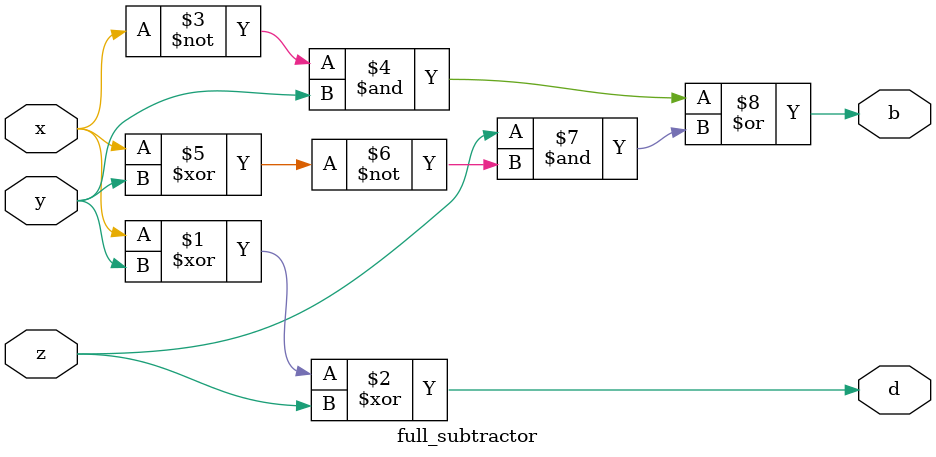
<source format=v>
`timescale 1ns / 1ps


module full_subtractor(
    input x,
    input y,
    input z,
    output d,
    output b
    );
    
    assign d = x^y^z;
    assign b = (~x&y)|(z&~(x^y));

endmodule

</source>
